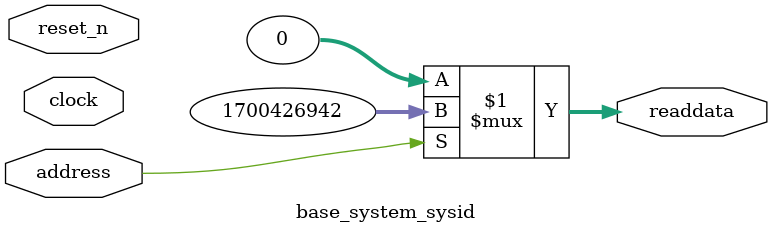
<source format=v>



// synthesis translate_off
`timescale 1ns / 1ps
// synthesis translate_on

// turn off superfluous verilog processor warnings 
// altera message_level Level1 
// altera message_off 10034 10035 10036 10037 10230 10240 10030 

module base_system_sysid (
               // inputs:
                address,
                clock,
                reset_n,

               // outputs:
                readdata
             )
;

  output  [ 31: 0] readdata;
  input            address;
  input            clock;
  input            reset_n;

  wire    [ 31: 0] readdata;
  //control_slave, which is an e_avalon_slave
  assign readdata = address ? 1700426942 : 0;

endmodule



</source>
